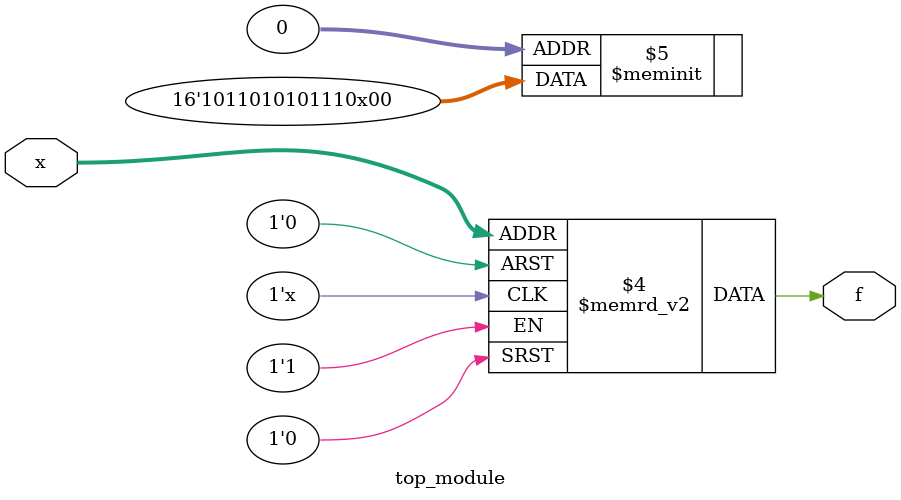
<source format=sv>
module top_module (
    input [4:1] x,
    output logic f
);

always_comb begin
    case (x)
        4'b0001, 4'b0011, 4'b1001, 4'b1011: f = 1'b0;
        4'b0100, 4'b0110, 4'b1000, 4'b1010: f = 1'b1;
        4'b0101, 4'b1100, 4'b1101, 4'b1111: f = 1'b1;
        4'b0000, 4'b0111, 4'b1110, 4'b1000: f = 1'b0;
    endcase
end

endmodule

</source>
